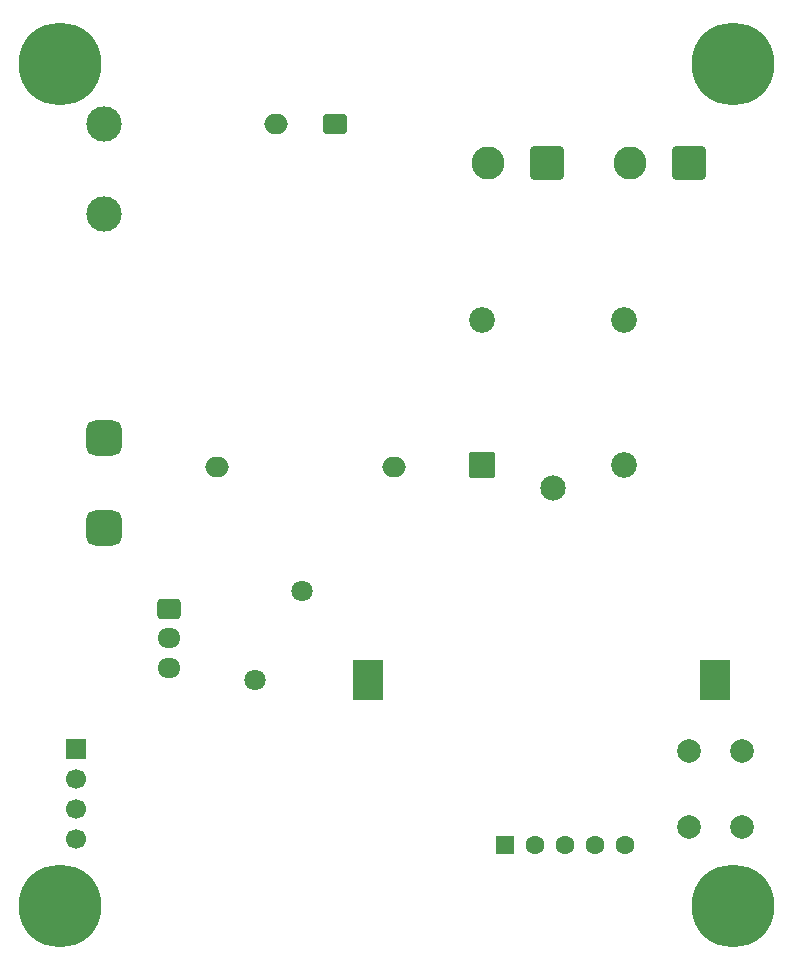
<source format=gbr>
%TF.GenerationSoftware,KiCad,Pcbnew,9.0.7-9.0.7~ubuntu22.04.1*%
%TF.CreationDate,2026-01-30T05:50:45+05:30*%
%TF.ProjectId,SOLDERING_IRON_CONTROLLER,534f4c44-4552-4494-9e47-5f49524f4e5f,rev?*%
%TF.SameCoordinates,Original*%
%TF.FileFunction,Soldermask,Bot*%
%TF.FilePolarity,Negative*%
%FSLAX46Y46*%
G04 Gerber Fmt 4.6, Leading zero omitted, Abs format (unit mm)*
G04 Created by KiCad (PCBNEW 9.0.7-9.0.7~ubuntu22.04.1) date 2026-01-30 05:50:45*
%MOMM*%
%LPD*%
G01*
G04 APERTURE LIST*
G04 Aperture macros list*
%AMRoundRect*
0 Rectangle with rounded corners*
0 $1 Rounding radius*
0 $2 $3 $4 $5 $6 $7 $8 $9 X,Y pos of 4 corners*
0 Add a 4 corners polygon primitive as box body*
4,1,4,$2,$3,$4,$5,$6,$7,$8,$9,$2,$3,0*
0 Add four circle primitives for the rounded corners*
1,1,$1+$1,$2,$3*
1,1,$1+$1,$4,$5*
1,1,$1+$1,$6,$7*
1,1,$1+$1,$8,$9*
0 Add four rect primitives between the rounded corners*
20,1,$1+$1,$2,$3,$4,$5,0*
20,1,$1+$1,$4,$5,$6,$7,0*
20,1,$1+$1,$6,$7,$8,$9,0*
20,1,$1+$1,$8,$9,$2,$3,0*%
G04 Aperture macros list end*
%ADD10RoundRect,0.750000X0.750000X-0.750000X0.750000X0.750000X-0.750000X0.750000X-0.750000X-0.750000X0*%
%ADD11C,3.000000*%
%ADD12C,0.800000*%
%ADD13C,7.000000*%
%ADD14R,1.600000X1.600000*%
%ADD15C,1.600000*%
%ADD16RoundRect,0.250001X1.149999X1.149999X-1.149999X1.149999X-1.149999X-1.149999X1.149999X-1.149999X0*%
%ADD17C,2.800000*%
%ADD18C,1.800000*%
%ADD19RoundRect,0.250000X-0.750000X0.600000X-0.750000X-0.600000X0.750000X-0.600000X0.750000X0.600000X0*%
%ADD20O,2.000000X1.700000*%
%ADD21RoundRect,0.250000X-0.725000X0.600000X-0.725000X-0.600000X0.725000X-0.600000X0.725000X0.600000X0*%
%ADD22O,1.950000X1.700000*%
%ADD23RoundRect,0.102000X0.990000X-0.990000X0.990000X0.990000X-0.990000X0.990000X-0.990000X-0.990000X0*%
%ADD24C,2.184000*%
%ADD25C,2.139000*%
%ADD26C,2.000000*%
%ADD27R,1.700000X1.700000*%
%ADD28C,1.700000*%
%ADD29R,2.540000X3.510000*%
G04 APERTURE END LIST*
D10*
%TO.C,F1*%
X129750000Y-91370000D03*
X129750000Y-83750000D03*
D11*
X129750000Y-64780000D03*
X129750000Y-57160000D03*
%TD*%
D12*
%TO.C,H3*%
X183010000Y-120735000D03*
X184866155Y-121503845D03*
X181153845Y-121503845D03*
X185635000Y-123360000D03*
D13*
X183010000Y-123360000D03*
D12*
X180385000Y-123360000D03*
X184866155Y-125216155D03*
X181153845Y-125216155D03*
X183010000Y-125985000D03*
%TD*%
D14*
%TO.C,RN1*%
X163640000Y-118235000D03*
D15*
X166180000Y-118235000D03*
X168720000Y-118235000D03*
X171260000Y-118235000D03*
X173800000Y-118235000D03*
%TD*%
D16*
%TO.C,J3*%
X167260000Y-60485000D03*
D17*
X162260000Y-60485000D03*
%TD*%
D18*
%TO.C,RV1*%
X146510000Y-96735000D03*
X142510000Y-104235000D03*
%TD*%
D19*
%TO.C,PS1*%
X149260000Y-57155000D03*
D20*
X144260000Y-57155000D03*
X154260000Y-86235000D03*
X139260000Y-86235000D03*
%TD*%
D21*
%TO.C,J4*%
X135260000Y-98217500D03*
D22*
X135260000Y-100717500D03*
X135260000Y-103217500D03*
%TD*%
D23*
%TO.C,K1*%
X161760000Y-86020000D03*
D24*
X173760000Y-86020000D03*
D25*
X167760000Y-88020000D03*
D24*
X161760000Y-73820000D03*
X173760000Y-73820000D03*
%TD*%
D26*
%TO.C,SW1*%
X183760000Y-110235000D03*
X183760000Y-116735000D03*
X179260000Y-110235000D03*
X179260000Y-116735000D03*
%TD*%
D12*
%TO.C,H1*%
X183010000Y-49485000D03*
X184866155Y-50253845D03*
X181153845Y-50253845D03*
X185635000Y-52110000D03*
D13*
X183010000Y-52110000D03*
D12*
X180385000Y-52110000D03*
X184866155Y-53966155D03*
X181153845Y-53966155D03*
X183010000Y-54735000D03*
%TD*%
D27*
%TO.C,J1*%
X127360000Y-110115000D03*
D28*
X127360000Y-112655000D03*
X127360000Y-115195000D03*
X127360000Y-117735000D03*
%TD*%
D16*
%TO.C,J5*%
X179260000Y-60485000D03*
D17*
X174260000Y-60485000D03*
%TD*%
D12*
%TO.C,H2*%
X126010000Y-49485000D03*
X127866155Y-50253845D03*
X124153845Y-50253845D03*
X128635000Y-52110000D03*
D13*
X126010000Y-52110000D03*
D12*
X123385000Y-52110000D03*
X127866155Y-53966155D03*
X124153845Y-53966155D03*
X126010000Y-54735000D03*
%TD*%
%TO.C,H4*%
X126010000Y-120735000D03*
X127866155Y-121503845D03*
X124153845Y-121503845D03*
X128635000Y-123360000D03*
D13*
X126010000Y-123360000D03*
D12*
X123385000Y-123360000D03*
X127866155Y-125216155D03*
X124153845Y-125216155D03*
X126010000Y-125985000D03*
%TD*%
D29*
%TO.C,J2*%
X181440000Y-104235000D03*
X152080000Y-104235000D03*
%TD*%
M02*

</source>
